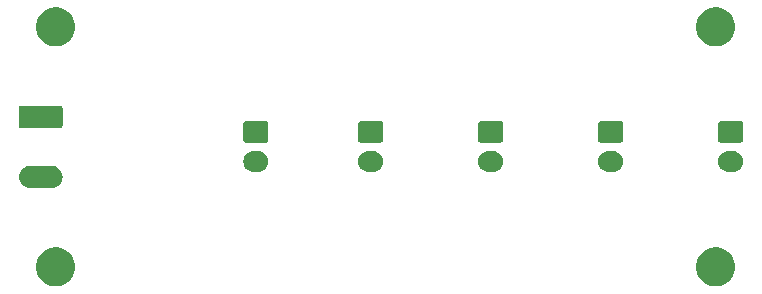
<source format=gbr>
G04 #@! TF.GenerationSoftware,KiCad,Pcbnew,5.1.5*
G04 #@! TF.CreationDate,2019-11-23T16:08:54+01:00*
G04 #@! TF.ProjectId,powerbar,706f7765-7262-4617-922e-6b696361645f,rev?*
G04 #@! TF.SameCoordinates,Original*
G04 #@! TF.FileFunction,Soldermask,Top*
G04 #@! TF.FilePolarity,Negative*
%FSLAX46Y46*%
G04 Gerber Fmt 4.6, Leading zero omitted, Abs format (unit mm)*
G04 Created by KiCad (PCBNEW 5.1.5) date 2019-11-23 16:08:54*
%MOMM*%
%LPD*%
G04 APERTURE LIST*
%ADD10C,0.100000*%
G04 APERTURE END LIST*
D10*
G36*
X117215256Y-530521298D02*
G01*
X117321579Y-530542447D01*
X117622042Y-530666903D01*
X117892451Y-530847585D01*
X118122415Y-531077549D01*
X118303097Y-531347958D01*
X118427553Y-531648421D01*
X118491000Y-531967391D01*
X118491000Y-532292609D01*
X118427553Y-532611579D01*
X118303097Y-532912042D01*
X118122415Y-533182451D01*
X117892451Y-533412415D01*
X117622042Y-533593097D01*
X117321579Y-533717553D01*
X117215256Y-533738702D01*
X117002611Y-533781000D01*
X116677389Y-533781000D01*
X116464744Y-533738702D01*
X116358421Y-533717553D01*
X116057958Y-533593097D01*
X115787549Y-533412415D01*
X115557585Y-533182451D01*
X115376903Y-532912042D01*
X115252447Y-532611579D01*
X115189000Y-532292609D01*
X115189000Y-531967391D01*
X115252447Y-531648421D01*
X115376903Y-531347958D01*
X115557585Y-531077549D01*
X115787549Y-530847585D01*
X116057958Y-530666903D01*
X116358421Y-530542447D01*
X116464744Y-530521298D01*
X116677389Y-530479000D01*
X117002611Y-530479000D01*
X117215256Y-530521298D01*
G37*
G36*
X173095256Y-530521298D02*
G01*
X173201579Y-530542447D01*
X173502042Y-530666903D01*
X173772451Y-530847585D01*
X174002415Y-531077549D01*
X174183097Y-531347958D01*
X174307553Y-531648421D01*
X174371000Y-531967391D01*
X174371000Y-532292609D01*
X174307553Y-532611579D01*
X174183097Y-532912042D01*
X174002415Y-533182451D01*
X173772451Y-533412415D01*
X173502042Y-533593097D01*
X173201579Y-533717553D01*
X173095256Y-533738702D01*
X172882611Y-533781000D01*
X172557389Y-533781000D01*
X172344744Y-533738702D01*
X172238421Y-533717553D01*
X171937958Y-533593097D01*
X171667549Y-533412415D01*
X171437585Y-533182451D01*
X171256903Y-532912042D01*
X171132447Y-532611579D01*
X171069000Y-532292609D01*
X171069000Y-531967391D01*
X171132447Y-531648421D01*
X171256903Y-531347958D01*
X171437585Y-531077549D01*
X171667549Y-530847585D01*
X171937958Y-530666903D01*
X172238421Y-530542447D01*
X172344744Y-530521298D01*
X172557389Y-530479000D01*
X172882611Y-530479000D01*
X173095256Y-530521298D01*
G37*
G36*
X116656425Y-523572760D02*
G01*
X116656428Y-523572761D01*
X116656429Y-523572761D01*
X116835693Y-523627140D01*
X116835696Y-523627142D01*
X116835697Y-523627142D01*
X117000903Y-523715446D01*
X117145712Y-523834288D01*
X117264554Y-523979097D01*
X117329712Y-524101000D01*
X117352860Y-524144307D01*
X117407239Y-524323571D01*
X117407240Y-524323575D01*
X117425601Y-524510000D01*
X117407240Y-524696425D01*
X117407239Y-524696428D01*
X117407239Y-524696429D01*
X117352860Y-524875693D01*
X117352858Y-524875696D01*
X117352858Y-524875697D01*
X117264554Y-525040903D01*
X117145712Y-525185712D01*
X117000903Y-525304554D01*
X116835697Y-525392858D01*
X116835693Y-525392860D01*
X116656429Y-525447239D01*
X116656428Y-525447239D01*
X116656425Y-525447240D01*
X116516718Y-525461000D01*
X114623282Y-525461000D01*
X114483575Y-525447240D01*
X114483572Y-525447239D01*
X114483571Y-525447239D01*
X114304307Y-525392860D01*
X114304303Y-525392858D01*
X114139097Y-525304554D01*
X113994288Y-525185712D01*
X113875446Y-525040903D01*
X113787142Y-524875697D01*
X113787142Y-524875696D01*
X113787140Y-524875693D01*
X113732761Y-524696429D01*
X113732761Y-524696428D01*
X113732760Y-524696425D01*
X113714399Y-524510000D01*
X113732760Y-524323575D01*
X113732761Y-524323571D01*
X113787140Y-524144307D01*
X113810288Y-524101000D01*
X113875446Y-523979097D01*
X113994288Y-523834288D01*
X114139097Y-523715446D01*
X114304303Y-523627142D01*
X114304304Y-523627142D01*
X114304307Y-523627140D01*
X114483571Y-523572761D01*
X114483572Y-523572761D01*
X114483575Y-523572760D01*
X114623282Y-523559000D01*
X116516718Y-523559000D01*
X116656425Y-523572760D01*
G37*
G36*
X174250443Y-522305519D02*
G01*
X174316627Y-522312037D01*
X174486466Y-522363557D01*
X174642991Y-522447222D01*
X174678729Y-522476552D01*
X174780186Y-522559814D01*
X174863448Y-522661271D01*
X174892778Y-522697009D01*
X174976443Y-522853534D01*
X175027963Y-523023373D01*
X175045359Y-523200000D01*
X175027963Y-523376627D01*
X174976443Y-523546466D01*
X174976442Y-523546468D01*
X174962388Y-523572761D01*
X174892778Y-523702991D01*
X174863448Y-523738729D01*
X174780186Y-523840186D01*
X174678729Y-523923448D01*
X174642991Y-523952778D01*
X174486466Y-524036443D01*
X174316627Y-524087963D01*
X174250442Y-524094482D01*
X174184260Y-524101000D01*
X173795740Y-524101000D01*
X173729558Y-524094482D01*
X173663373Y-524087963D01*
X173493534Y-524036443D01*
X173337009Y-523952778D01*
X173301271Y-523923448D01*
X173199814Y-523840186D01*
X173116552Y-523738729D01*
X173087222Y-523702991D01*
X173017612Y-523572761D01*
X173003558Y-523546468D01*
X173003557Y-523546466D01*
X172952037Y-523376627D01*
X172934641Y-523200000D01*
X172952037Y-523023373D01*
X173003557Y-522853534D01*
X173087222Y-522697009D01*
X173116552Y-522661271D01*
X173199814Y-522559814D01*
X173301271Y-522476552D01*
X173337009Y-522447222D01*
X173493534Y-522363557D01*
X173663373Y-522312037D01*
X173729557Y-522305519D01*
X173795740Y-522299000D01*
X174184260Y-522299000D01*
X174250443Y-522305519D01*
G37*
G36*
X164090443Y-522305519D02*
G01*
X164156627Y-522312037D01*
X164326466Y-522363557D01*
X164482991Y-522447222D01*
X164518729Y-522476552D01*
X164620186Y-522559814D01*
X164703448Y-522661271D01*
X164732778Y-522697009D01*
X164816443Y-522853534D01*
X164867963Y-523023373D01*
X164885359Y-523200000D01*
X164867963Y-523376627D01*
X164816443Y-523546466D01*
X164816442Y-523546468D01*
X164802388Y-523572761D01*
X164732778Y-523702991D01*
X164703448Y-523738729D01*
X164620186Y-523840186D01*
X164518729Y-523923448D01*
X164482991Y-523952778D01*
X164326466Y-524036443D01*
X164156627Y-524087963D01*
X164090442Y-524094482D01*
X164024260Y-524101000D01*
X163635740Y-524101000D01*
X163569558Y-524094482D01*
X163503373Y-524087963D01*
X163333534Y-524036443D01*
X163177009Y-523952778D01*
X163141271Y-523923448D01*
X163039814Y-523840186D01*
X162956552Y-523738729D01*
X162927222Y-523702991D01*
X162857612Y-523572761D01*
X162843558Y-523546468D01*
X162843557Y-523546466D01*
X162792037Y-523376627D01*
X162774641Y-523200000D01*
X162792037Y-523023373D01*
X162843557Y-522853534D01*
X162927222Y-522697009D01*
X162956552Y-522661271D01*
X163039814Y-522559814D01*
X163141271Y-522476552D01*
X163177009Y-522447222D01*
X163333534Y-522363557D01*
X163503373Y-522312037D01*
X163569557Y-522305519D01*
X163635740Y-522299000D01*
X164024260Y-522299000D01*
X164090443Y-522305519D01*
G37*
G36*
X153930443Y-522305519D02*
G01*
X153996627Y-522312037D01*
X154166466Y-522363557D01*
X154322991Y-522447222D01*
X154358729Y-522476552D01*
X154460186Y-522559814D01*
X154543448Y-522661271D01*
X154572778Y-522697009D01*
X154656443Y-522853534D01*
X154707963Y-523023373D01*
X154725359Y-523200000D01*
X154707963Y-523376627D01*
X154656443Y-523546466D01*
X154656442Y-523546468D01*
X154642388Y-523572761D01*
X154572778Y-523702991D01*
X154543448Y-523738729D01*
X154460186Y-523840186D01*
X154358729Y-523923448D01*
X154322991Y-523952778D01*
X154166466Y-524036443D01*
X153996627Y-524087963D01*
X153930442Y-524094482D01*
X153864260Y-524101000D01*
X153475740Y-524101000D01*
X153409558Y-524094482D01*
X153343373Y-524087963D01*
X153173534Y-524036443D01*
X153017009Y-523952778D01*
X152981271Y-523923448D01*
X152879814Y-523840186D01*
X152796552Y-523738729D01*
X152767222Y-523702991D01*
X152697612Y-523572761D01*
X152683558Y-523546468D01*
X152683557Y-523546466D01*
X152632037Y-523376627D01*
X152614641Y-523200000D01*
X152632037Y-523023373D01*
X152683557Y-522853534D01*
X152767222Y-522697009D01*
X152796552Y-522661271D01*
X152879814Y-522559814D01*
X152981271Y-522476552D01*
X153017009Y-522447222D01*
X153173534Y-522363557D01*
X153343373Y-522312037D01*
X153409557Y-522305519D01*
X153475740Y-522299000D01*
X153864260Y-522299000D01*
X153930443Y-522305519D01*
G37*
G36*
X143770443Y-522305519D02*
G01*
X143836627Y-522312037D01*
X144006466Y-522363557D01*
X144162991Y-522447222D01*
X144198729Y-522476552D01*
X144300186Y-522559814D01*
X144383448Y-522661271D01*
X144412778Y-522697009D01*
X144496443Y-522853534D01*
X144547963Y-523023373D01*
X144565359Y-523200000D01*
X144547963Y-523376627D01*
X144496443Y-523546466D01*
X144496442Y-523546468D01*
X144482388Y-523572761D01*
X144412778Y-523702991D01*
X144383448Y-523738729D01*
X144300186Y-523840186D01*
X144198729Y-523923448D01*
X144162991Y-523952778D01*
X144006466Y-524036443D01*
X143836627Y-524087963D01*
X143770442Y-524094482D01*
X143704260Y-524101000D01*
X143315740Y-524101000D01*
X143249558Y-524094482D01*
X143183373Y-524087963D01*
X143013534Y-524036443D01*
X142857009Y-523952778D01*
X142821271Y-523923448D01*
X142719814Y-523840186D01*
X142636552Y-523738729D01*
X142607222Y-523702991D01*
X142537612Y-523572761D01*
X142523558Y-523546468D01*
X142523557Y-523546466D01*
X142472037Y-523376627D01*
X142454641Y-523200000D01*
X142472037Y-523023373D01*
X142523557Y-522853534D01*
X142607222Y-522697009D01*
X142636552Y-522661271D01*
X142719814Y-522559814D01*
X142821271Y-522476552D01*
X142857009Y-522447222D01*
X143013534Y-522363557D01*
X143183373Y-522312037D01*
X143249557Y-522305519D01*
X143315740Y-522299000D01*
X143704260Y-522299000D01*
X143770443Y-522305519D01*
G37*
G36*
X134045444Y-522305519D02*
G01*
X134111628Y-522312037D01*
X134281467Y-522363557D01*
X134437992Y-522447222D01*
X134473730Y-522476552D01*
X134575187Y-522559814D01*
X134658449Y-522661271D01*
X134687779Y-522697009D01*
X134771444Y-522853534D01*
X134822964Y-523023373D01*
X134840360Y-523200000D01*
X134822964Y-523376627D01*
X134771444Y-523546466D01*
X134771443Y-523546468D01*
X134757389Y-523572761D01*
X134687779Y-523702991D01*
X134658449Y-523738729D01*
X134575187Y-523840186D01*
X134473730Y-523923448D01*
X134437992Y-523952778D01*
X134281467Y-524036443D01*
X134111628Y-524087963D01*
X134045443Y-524094482D01*
X133979261Y-524101000D01*
X133590741Y-524101000D01*
X133524559Y-524094482D01*
X133458374Y-524087963D01*
X133288535Y-524036443D01*
X133132010Y-523952778D01*
X133096272Y-523923448D01*
X132994815Y-523840186D01*
X132911553Y-523738729D01*
X132882223Y-523702991D01*
X132812613Y-523572761D01*
X132798559Y-523546468D01*
X132798558Y-523546466D01*
X132747038Y-523376627D01*
X132729642Y-523200000D01*
X132747038Y-523023373D01*
X132798558Y-522853534D01*
X132882223Y-522697009D01*
X132911553Y-522661271D01*
X132994815Y-522559814D01*
X133096272Y-522476552D01*
X133132010Y-522447222D01*
X133288535Y-522363557D01*
X133458374Y-522312037D01*
X133524558Y-522305519D01*
X133590741Y-522299000D01*
X133979261Y-522299000D01*
X134045444Y-522305519D01*
G37*
G36*
X174898600Y-519802989D02*
G01*
X174931652Y-519813015D01*
X174962103Y-519829292D01*
X174988799Y-519851201D01*
X175010708Y-519877897D01*
X175026985Y-519908348D01*
X175037011Y-519941400D01*
X175041000Y-519981903D01*
X175041000Y-521418097D01*
X175037011Y-521458600D01*
X175026985Y-521491652D01*
X175010708Y-521522103D01*
X174988799Y-521548799D01*
X174962103Y-521570708D01*
X174931652Y-521586985D01*
X174898600Y-521597011D01*
X174858097Y-521601000D01*
X173121903Y-521601000D01*
X173081400Y-521597011D01*
X173048348Y-521586985D01*
X173017897Y-521570708D01*
X172991201Y-521548799D01*
X172969292Y-521522103D01*
X172953015Y-521491652D01*
X172942989Y-521458600D01*
X172939000Y-521418097D01*
X172939000Y-519981903D01*
X172942989Y-519941400D01*
X172953015Y-519908348D01*
X172969292Y-519877897D01*
X172991201Y-519851201D01*
X173017897Y-519829292D01*
X173048348Y-519813015D01*
X173081400Y-519802989D01*
X173121903Y-519799000D01*
X174858097Y-519799000D01*
X174898600Y-519802989D01*
G37*
G36*
X164738600Y-519802989D02*
G01*
X164771652Y-519813015D01*
X164802103Y-519829292D01*
X164828799Y-519851201D01*
X164850708Y-519877897D01*
X164866985Y-519908348D01*
X164877011Y-519941400D01*
X164881000Y-519981903D01*
X164881000Y-521418097D01*
X164877011Y-521458600D01*
X164866985Y-521491652D01*
X164850708Y-521522103D01*
X164828799Y-521548799D01*
X164802103Y-521570708D01*
X164771652Y-521586985D01*
X164738600Y-521597011D01*
X164698097Y-521601000D01*
X162961903Y-521601000D01*
X162921400Y-521597011D01*
X162888348Y-521586985D01*
X162857897Y-521570708D01*
X162831201Y-521548799D01*
X162809292Y-521522103D01*
X162793015Y-521491652D01*
X162782989Y-521458600D01*
X162779000Y-521418097D01*
X162779000Y-519981903D01*
X162782989Y-519941400D01*
X162793015Y-519908348D01*
X162809292Y-519877897D01*
X162831201Y-519851201D01*
X162857897Y-519829292D01*
X162888348Y-519813015D01*
X162921400Y-519802989D01*
X162961903Y-519799000D01*
X164698097Y-519799000D01*
X164738600Y-519802989D01*
G37*
G36*
X154578600Y-519802989D02*
G01*
X154611652Y-519813015D01*
X154642103Y-519829292D01*
X154668799Y-519851201D01*
X154690708Y-519877897D01*
X154706985Y-519908348D01*
X154717011Y-519941400D01*
X154721000Y-519981903D01*
X154721000Y-521418097D01*
X154717011Y-521458600D01*
X154706985Y-521491652D01*
X154690708Y-521522103D01*
X154668799Y-521548799D01*
X154642103Y-521570708D01*
X154611652Y-521586985D01*
X154578600Y-521597011D01*
X154538097Y-521601000D01*
X152801903Y-521601000D01*
X152761400Y-521597011D01*
X152728348Y-521586985D01*
X152697897Y-521570708D01*
X152671201Y-521548799D01*
X152649292Y-521522103D01*
X152633015Y-521491652D01*
X152622989Y-521458600D01*
X152619000Y-521418097D01*
X152619000Y-519981903D01*
X152622989Y-519941400D01*
X152633015Y-519908348D01*
X152649292Y-519877897D01*
X152671201Y-519851201D01*
X152697897Y-519829292D01*
X152728348Y-519813015D01*
X152761400Y-519802989D01*
X152801903Y-519799000D01*
X154538097Y-519799000D01*
X154578600Y-519802989D01*
G37*
G36*
X144418600Y-519802989D02*
G01*
X144451652Y-519813015D01*
X144482103Y-519829292D01*
X144508799Y-519851201D01*
X144530708Y-519877897D01*
X144546985Y-519908348D01*
X144557011Y-519941400D01*
X144561000Y-519981903D01*
X144561000Y-521418097D01*
X144557011Y-521458600D01*
X144546985Y-521491652D01*
X144530708Y-521522103D01*
X144508799Y-521548799D01*
X144482103Y-521570708D01*
X144451652Y-521586985D01*
X144418600Y-521597011D01*
X144378097Y-521601000D01*
X142641903Y-521601000D01*
X142601400Y-521597011D01*
X142568348Y-521586985D01*
X142537897Y-521570708D01*
X142511201Y-521548799D01*
X142489292Y-521522103D01*
X142473015Y-521491652D01*
X142462989Y-521458600D01*
X142459000Y-521418097D01*
X142459000Y-519981903D01*
X142462989Y-519941400D01*
X142473015Y-519908348D01*
X142489292Y-519877897D01*
X142511201Y-519851201D01*
X142537897Y-519829292D01*
X142568348Y-519813015D01*
X142601400Y-519802989D01*
X142641903Y-519799000D01*
X144378097Y-519799000D01*
X144418600Y-519802989D01*
G37*
G36*
X134693601Y-519802989D02*
G01*
X134726653Y-519813015D01*
X134757104Y-519829292D01*
X134783800Y-519851201D01*
X134805709Y-519877897D01*
X134821986Y-519908348D01*
X134832012Y-519941400D01*
X134836001Y-519981903D01*
X134836001Y-521418097D01*
X134832012Y-521458600D01*
X134821986Y-521491652D01*
X134805709Y-521522103D01*
X134783800Y-521548799D01*
X134757104Y-521570708D01*
X134726653Y-521586985D01*
X134693601Y-521597011D01*
X134653098Y-521601000D01*
X132916904Y-521601000D01*
X132876401Y-521597011D01*
X132843349Y-521586985D01*
X132812898Y-521570708D01*
X132786202Y-521548799D01*
X132764293Y-521522103D01*
X132748016Y-521491652D01*
X132737990Y-521458600D01*
X132734001Y-521418097D01*
X132734001Y-519981903D01*
X132737990Y-519941400D01*
X132748016Y-519908348D01*
X132764293Y-519877897D01*
X132786202Y-519851201D01*
X132812898Y-519829292D01*
X132843349Y-519813015D01*
X132876401Y-519802989D01*
X132916904Y-519799000D01*
X134653098Y-519799000D01*
X134693601Y-519802989D01*
G37*
G36*
X117280915Y-518482934D02*
G01*
X117313424Y-518492795D01*
X117343382Y-518508809D01*
X117369641Y-518530359D01*
X117391191Y-518556618D01*
X117407205Y-518586576D01*
X117417066Y-518619085D01*
X117421000Y-518659029D01*
X117421000Y-520200971D01*
X117417066Y-520240915D01*
X117407205Y-520273424D01*
X117391191Y-520303382D01*
X117369641Y-520329641D01*
X117343382Y-520351191D01*
X117313424Y-520367205D01*
X117280915Y-520377066D01*
X117240971Y-520381000D01*
X113899029Y-520381000D01*
X113859085Y-520377066D01*
X113826576Y-520367205D01*
X113796618Y-520351191D01*
X113770359Y-520329641D01*
X113748809Y-520303382D01*
X113732795Y-520273424D01*
X113722934Y-520240915D01*
X113719000Y-520200971D01*
X113719000Y-518659029D01*
X113722934Y-518619085D01*
X113732795Y-518586576D01*
X113748809Y-518556618D01*
X113770359Y-518530359D01*
X113796618Y-518508809D01*
X113826576Y-518492795D01*
X113859085Y-518482934D01*
X113899029Y-518479000D01*
X117240971Y-518479000D01*
X117280915Y-518482934D01*
G37*
G36*
X173095256Y-510201298D02*
G01*
X173201579Y-510222447D01*
X173502042Y-510346903D01*
X173772451Y-510527585D01*
X174002415Y-510757549D01*
X174183097Y-511027958D01*
X174307553Y-511328421D01*
X174371000Y-511647391D01*
X174371000Y-511972609D01*
X174307553Y-512291579D01*
X174183097Y-512592042D01*
X174002415Y-512862451D01*
X173772451Y-513092415D01*
X173502042Y-513273097D01*
X173201579Y-513397553D01*
X173095256Y-513418702D01*
X172882611Y-513461000D01*
X172557389Y-513461000D01*
X172344744Y-513418702D01*
X172238421Y-513397553D01*
X171937958Y-513273097D01*
X171667549Y-513092415D01*
X171437585Y-512862451D01*
X171256903Y-512592042D01*
X171132447Y-512291579D01*
X171069000Y-511972609D01*
X171069000Y-511647391D01*
X171132447Y-511328421D01*
X171256903Y-511027958D01*
X171437585Y-510757549D01*
X171667549Y-510527585D01*
X171937958Y-510346903D01*
X172238421Y-510222447D01*
X172344744Y-510201298D01*
X172557389Y-510159000D01*
X172882611Y-510159000D01*
X173095256Y-510201298D01*
G37*
G36*
X117215256Y-510201298D02*
G01*
X117321579Y-510222447D01*
X117622042Y-510346903D01*
X117892451Y-510527585D01*
X118122415Y-510757549D01*
X118303097Y-511027958D01*
X118427553Y-511328421D01*
X118491000Y-511647391D01*
X118491000Y-511972609D01*
X118427553Y-512291579D01*
X118303097Y-512592042D01*
X118122415Y-512862451D01*
X117892451Y-513092415D01*
X117622042Y-513273097D01*
X117321579Y-513397553D01*
X117215256Y-513418702D01*
X117002611Y-513461000D01*
X116677389Y-513461000D01*
X116464744Y-513418702D01*
X116358421Y-513397553D01*
X116057958Y-513273097D01*
X115787549Y-513092415D01*
X115557585Y-512862451D01*
X115376903Y-512592042D01*
X115252447Y-512291579D01*
X115189000Y-511972609D01*
X115189000Y-511647391D01*
X115252447Y-511328421D01*
X115376903Y-511027958D01*
X115557585Y-510757549D01*
X115787549Y-510527585D01*
X116057958Y-510346903D01*
X116358421Y-510222447D01*
X116464744Y-510201298D01*
X116677389Y-510159000D01*
X117002611Y-510159000D01*
X117215256Y-510201298D01*
G37*
M02*

</source>
